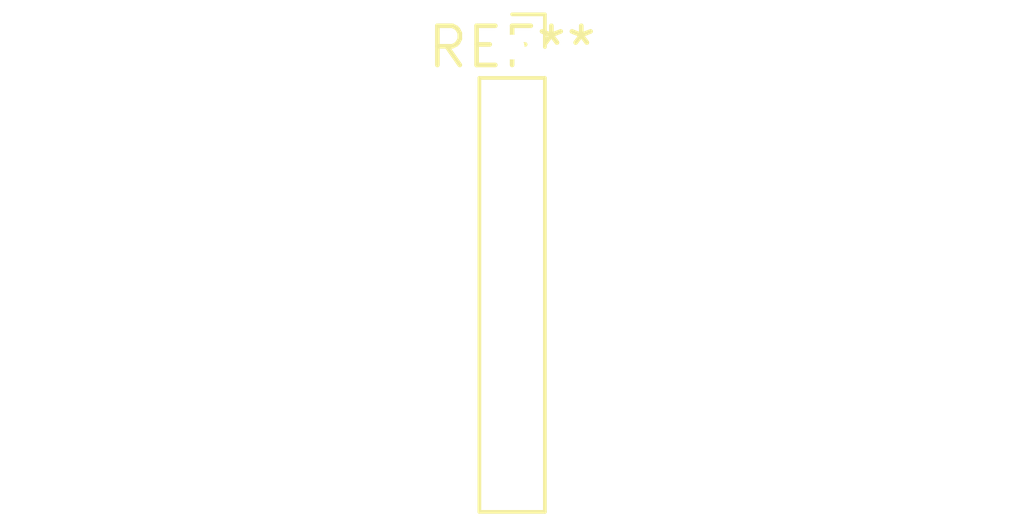
<source format=kicad_pcb>
(kicad_pcb (version 20240108) (generator pcbnew)
  (layers (0 "F.Cu" signal) (31 "B.Cu" signal) (34 "B.Paste" user) (35 "F.Paste" user) (36 "B.SilkS" user "B.Silkscreen") (37 "F.SilkS" user "F.Silkscreen") (38 "B.Mask" user) (39 "F.Mask" user) (44 "Edge.Cuts" user))
  (net 0 "")
  (footprint "PinSocket_1x08_P2.00mm_Vertical" (layer "F.Cu") (at 0 0)
    (property "Reference" "REF**")
    (property "Value" "PinSocket_1x08_P2.00mm_Vertical")
    (fp_line (start -1.06 1) (end -1.06 15.06) (layer "F.SilkS") (stroke (width 0.12)))
    (fp_line (start -1.06 1) (end 1.06 1) (layer "F.SilkS") (stroke (width 0.12)))
    (fp_line (start -1.06 15.06) (end 1.06 15.06) (layer "F.SilkS") (stroke (width 0.12)))
    (fp_line (start 0 -1.06) (end 1.06 -1.06) (layer "F.SilkS") (stroke (width 0.12)))
    (fp_line (start 1.06 -1.06) (end 1.06 0) (layer "F.SilkS") (stroke (width 0.12)))
    (fp_line (start 1.06 1) (end 1.06 15.06) (layer "F.SilkS") (stroke (width 0.12)))
    (pad "1" thru_hole rect (at 0 0) (size 1.35 1.35) (drill 0.8) (layers *.Cu *.Mask) (remove_unused_layers))
    (pad "2" thru_hole oval (at 0 2) (size 1.35 1.35) (drill 0.8) (layers *.Cu *.Mask) (remove_unused_layers))
    (pad "3" thru_hole oval (at 0 4) (size 1.35 1.35) (drill 0.8) (layers *.Cu *.Mask) (remove_unused_layers))
    (pad "4" thru_hole oval (at 0 6) (size 1.35 1.35) (drill 0.8) (layers *.Cu *.Mask) (remove_unused_layers))
    (pad "5" thru_hole oval (at 0 8) (size 1.35 1.35) (drill 0.8) (layers *.Cu *.Mask) (remove_unused_layers))
    (pad "6" thru_hole oval (at 0 10) (size 1.35 1.35) (drill 0.8) (layers *.Cu *.Mask) (remove_unused_layers))
    (pad "7" thru_hole oval (at 0 12) (size 1.35 1.35) (drill 0.8) (layers *.Cu *.Mask) (remove_unused_layers))
    (pad "8" thru_hole oval (at 0 14) (size 1.35 1.35) (drill 0.8) (layers *.Cu *.Mask) (remove_unused_layers))
  )
)
</source>
